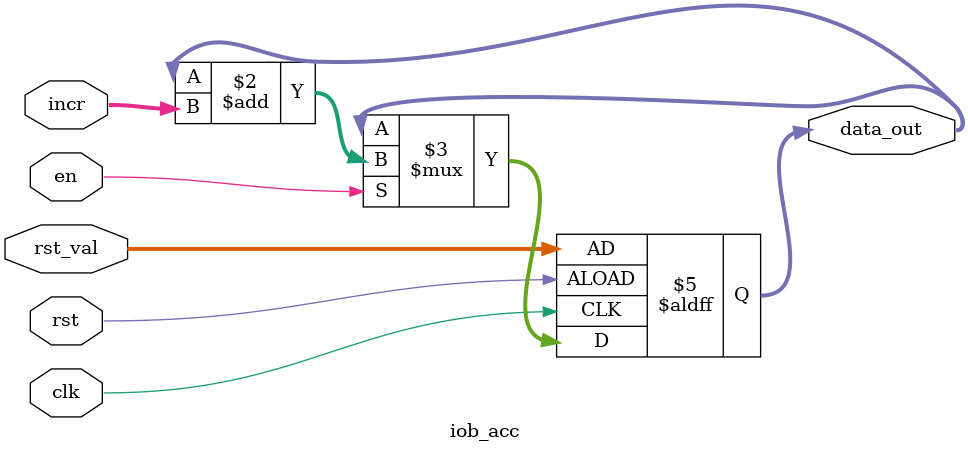
<source format=v>

`timescale 1ns / 1ps

module iob_acc
  #(
    parameter DATA_W = 32
    )
   (
    input                   clk,

    input                   rst,
    input [DATA_W-1:0]      rst_val,

    input                   en,
    input [DATA_W-1:0]      incr,
    output reg [DATA_W-1:0] data_out
    );

   always @(posedge clk, posedge rst) begin
      if (rst) begin
         data_out <= rst_val;
      end else if (en) begin
         data_out <= data_out + incr;
      end
   end

endmodule

</source>
